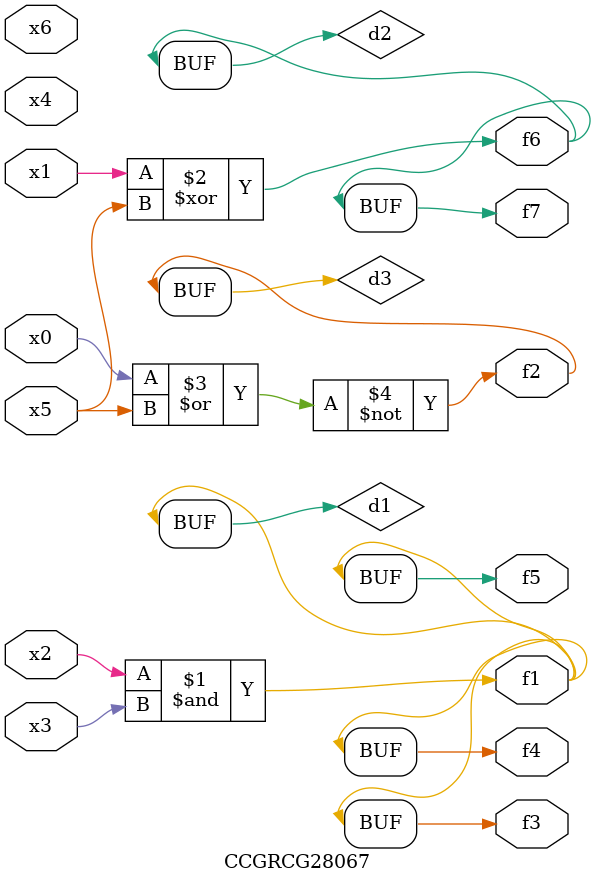
<source format=v>
module CCGRCG28067(
	input x0, x1, x2, x3, x4, x5, x6,
	output f1, f2, f3, f4, f5, f6, f7
);

	wire d1, d2, d3;

	and (d1, x2, x3);
	xor (d2, x1, x5);
	nor (d3, x0, x5);
	assign f1 = d1;
	assign f2 = d3;
	assign f3 = d1;
	assign f4 = d1;
	assign f5 = d1;
	assign f6 = d2;
	assign f7 = d2;
endmodule

</source>
